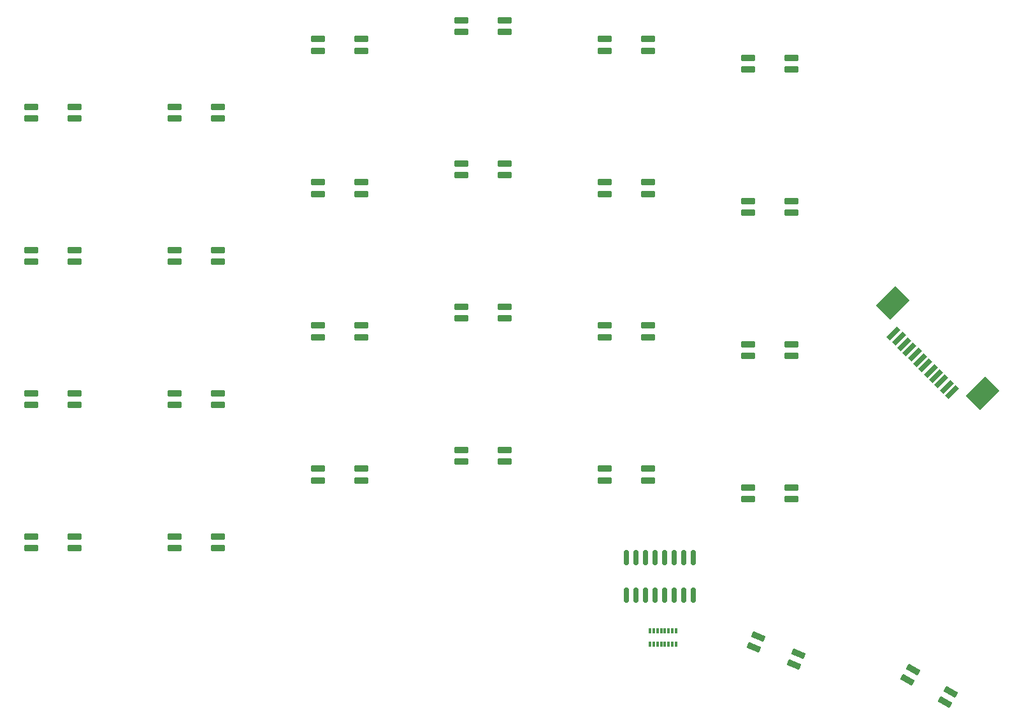
<source format=gbr>
%TF.GenerationSoftware,KiCad,Pcbnew,8.0.8-8.0.8-0~ubuntu22.04.1*%
%TF.CreationDate,2025-02-03T17:59:22-06:00*%
%TF.ProjectId,kbd,6b62642e-6b69-4636-9164-5f7063625858,rev?*%
%TF.SameCoordinates,Original*%
%TF.FileFunction,Paste,Top*%
%TF.FilePolarity,Positive*%
%FSLAX46Y46*%
G04 Gerber Fmt 4.6, Leading zero omitted, Abs format (unit mm)*
G04 Created by KiCad (PCBNEW 8.0.8-8.0.8-0~ubuntu22.04.1) date 2025-02-03 17:59:22*
%MOMM*%
%LPD*%
G01*
G04 APERTURE LIST*
G04 Aperture macros list*
%AMRoundRect*
0 Rectangle with rounded corners*
0 $1 Rounding radius*
0 $2 $3 $4 $5 $6 $7 $8 $9 X,Y pos of 4 corners*
0 Add a 4 corners polygon primitive as box body*
4,1,4,$2,$3,$4,$5,$6,$7,$8,$9,$2,$3,0*
0 Add four circle primitives for the rounded corners*
1,1,$1+$1,$2,$3*
1,1,$1+$1,$4,$5*
1,1,$1+$1,$6,$7*
1,1,$1+$1,$8,$9*
0 Add four rect primitives between the rounded corners*
20,1,$1+$1,$2,$3,$4,$5,0*
20,1,$1+$1,$4,$5,$6,$7,0*
20,1,$1+$1,$6,$7,$8,$9,0*
20,1,$1+$1,$8,$9,$2,$3,0*%
%AMRotRect*
0 Rectangle, with rotation*
0 The origin of the aperture is its center*
0 $1 length*
0 $2 width*
0 $3 Rotation angle, in degrees counterclockwise*
0 Add horizontal line*
21,1,$1,$2,0,0,$3*%
G04 Aperture macros list end*
%ADD10RoundRect,0.082000X0.818000X0.328000X-0.818000X0.328000X-0.818000X-0.328000X0.818000X-0.328000X0*%
%ADD11RoundRect,0.082000X-0.818000X-0.328000X0.818000X-0.328000X0.818000X0.328000X-0.818000X0.328000X0*%
%ADD12RoundRect,0.150000X-0.150000X0.850000X-0.150000X-0.850000X0.150000X-0.850000X0.150000X0.850000X0*%
%ADD13RotRect,0.610000X2.000000X135.000000*%
%ADD14RotRect,2.680000X3.600000X135.000000*%
%ADD15RoundRect,0.082000X0.872409X-0.124944X-0.544409X0.693056X-0.872409X0.124944X0.544409X-0.693056X0*%
%ADD16R,0.300000X0.800000*%
%ADD17RoundRect,0.082000X0.881133X-0.017692X-0.624813X0.621544X-0.881133X0.017692X0.624813X-0.621544X0*%
G04 APERTURE END LIST*
D10*
%TO.C,LED35*%
X158150000Y-115160000D03*
X158150000Y-116740000D03*
X152350000Y-116740000D03*
X152350000Y-115160000D03*
%TD*%
D11*
%TO.C,LED01*%
X76150000Y-66090000D03*
X76150000Y-64510000D03*
X81950000Y-64510000D03*
X81950000Y-66090000D03*
%TD*%
%TO.C,LED04*%
X133300000Y-57090000D03*
X133300000Y-55510000D03*
X139100000Y-55510000D03*
X139100000Y-57090000D03*
%TD*%
D10*
%TO.C,LED30*%
X62900000Y-121660000D03*
X62900000Y-123240000D03*
X57100000Y-123240000D03*
X57100000Y-121660000D03*
%TD*%
D11*
%TO.C,LED20*%
X57100000Y-104189999D03*
X57100000Y-102609999D03*
X62900000Y-102609999D03*
X62900000Y-104189999D03*
%TD*%
D12*
%TO.C,U4*%
X145050000Y-124500000D03*
X143780000Y-124500000D03*
X142510000Y-124500000D03*
X141240000Y-124500000D03*
X139970000Y-124500000D03*
X138700000Y-124500000D03*
X137430000Y-124500000D03*
X136160000Y-124500000D03*
X136160000Y-129500000D03*
X137430000Y-129500000D03*
X138700000Y-129500000D03*
X139970000Y-129500000D03*
X141240000Y-129500000D03*
X142510000Y-129500000D03*
X143780000Y-129500000D03*
X145050000Y-129500000D03*
%TD*%
D13*
%TO.C,J2*%
X179462525Y-102472323D03*
X178755418Y-101765216D03*
X178048312Y-101058109D03*
X177341205Y-100351002D03*
X176634098Y-99643895D03*
X175926991Y-98936789D03*
X175219884Y-98229682D03*
X174512778Y-97522575D03*
X173805671Y-96815468D03*
X173098564Y-96108361D03*
X172391457Y-95401255D03*
X171684350Y-94694148D03*
D14*
X183556673Y-102606673D03*
X171550000Y-90600000D03*
%TD*%
D10*
%TO.C,LED13*%
X120050000Y-72060000D03*
X120050000Y-73640000D03*
X114250000Y-73640000D03*
X114250000Y-72060000D03*
%TD*%
%TO.C,LED32*%
X101000000Y-112660000D03*
X101000000Y-114240000D03*
X95200000Y-114240000D03*
X95200000Y-112660000D03*
%TD*%
D11*
%TO.C,LED21*%
X76150000Y-104189999D03*
X76150000Y-102609999D03*
X81950000Y-102609999D03*
X81950000Y-104189999D03*
%TD*%
D15*
%TO.C,LED37*%
X179306474Y-142315840D03*
X178516474Y-143684160D03*
X173493526Y-140784160D03*
X174283526Y-139415840D03*
%TD*%
D11*
%TO.C,LED23*%
X114250000Y-92689999D03*
X114250000Y-91109999D03*
X120050000Y-91109999D03*
X120050000Y-92689999D03*
%TD*%
D16*
%TO.C,RN1*%
X142805000Y-134200000D03*
X142305000Y-134200000D03*
X141805000Y-134200000D03*
X141305000Y-134200000D03*
X140805000Y-134200000D03*
X140305000Y-134200000D03*
X139805000Y-134200000D03*
X139305000Y-134200000D03*
X139305000Y-136000000D03*
X139805000Y-136000000D03*
X140305000Y-136000000D03*
X140805000Y-136000000D03*
X141305000Y-136000000D03*
X141805000Y-136000000D03*
X142305000Y-136000000D03*
X142805000Y-136000000D03*
%TD*%
D10*
%TO.C,LED31*%
X81950000Y-121660000D03*
X81950000Y-123240000D03*
X76150000Y-123240000D03*
X76150000Y-121660000D03*
%TD*%
D11*
%TO.C,LED24*%
X133300000Y-95189999D03*
X133300000Y-93609999D03*
X139100000Y-93609999D03*
X139100000Y-95189999D03*
%TD*%
%TO.C,LED25*%
X152350000Y-97689999D03*
X152350000Y-96109999D03*
X158150000Y-96109999D03*
X158150000Y-97689999D03*
%TD*%
%TO.C,LED03*%
X114250000Y-54590000D03*
X114250000Y-53010000D03*
X120050000Y-53010000D03*
X120050000Y-54590000D03*
%TD*%
D10*
%TO.C,LED33*%
X120050000Y-110160000D03*
X120050000Y-111740000D03*
X114250000Y-111740000D03*
X114250000Y-110160000D03*
%TD*%
D17*
%TO.C,LED36*%
X159048142Y-137243667D03*
X158430786Y-138698065D03*
X153091858Y-136431825D03*
X153709214Y-134977427D03*
%TD*%
D10*
%TO.C,LED14*%
X139100000Y-74560000D03*
X139100000Y-76140000D03*
X133300000Y-76140000D03*
X133300000Y-74560000D03*
%TD*%
D11*
%TO.C,LED22*%
X95200000Y-95189999D03*
X95200000Y-93609999D03*
X101000000Y-93609999D03*
X101000000Y-95189999D03*
%TD*%
D10*
%TO.C,LED10*%
X62900000Y-83560000D03*
X62900000Y-85140000D03*
X57100000Y-85140000D03*
X57100000Y-83560000D03*
%TD*%
%TO.C,LED12*%
X101000000Y-74560000D03*
X101000000Y-76140000D03*
X95200000Y-76140000D03*
X95200000Y-74560000D03*
%TD*%
D11*
%TO.C,LED02*%
X95200000Y-57090000D03*
X95200000Y-55510000D03*
X101000000Y-55510000D03*
X101000000Y-57090000D03*
%TD*%
D10*
%TO.C,LED34*%
X139100000Y-112660000D03*
X139100000Y-114240000D03*
X133300000Y-114240000D03*
X133300000Y-112660000D03*
%TD*%
D11*
%TO.C,LED00*%
X57100000Y-66090000D03*
X57100000Y-64510000D03*
X62900000Y-64510000D03*
X62900000Y-66090000D03*
%TD*%
D10*
%TO.C,LED15*%
X158150000Y-77060000D03*
X158150000Y-78640000D03*
X152350000Y-78640000D03*
X152350000Y-77060000D03*
%TD*%
%TO.C,LED11*%
X81950000Y-83560000D03*
X81950000Y-85140000D03*
X76150000Y-85140000D03*
X76150000Y-83560000D03*
%TD*%
D11*
%TO.C,LED05*%
X152350000Y-59590000D03*
X152350000Y-58010000D03*
X158150000Y-58010000D03*
X158150000Y-59590000D03*
%TD*%
M02*

</source>
